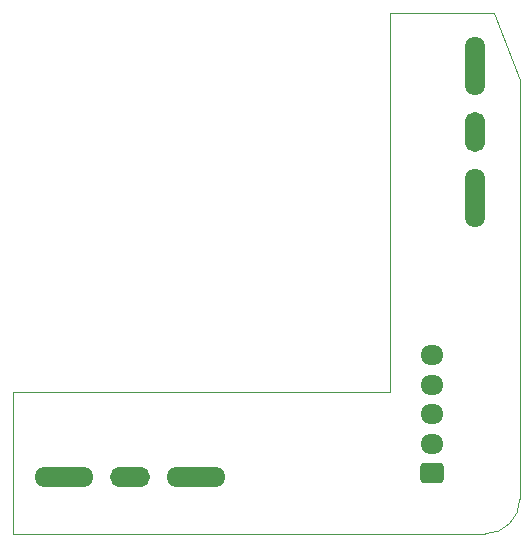
<source format=gbr>
G04 #@! TF.GenerationSoftware,KiCad,Pcbnew,7.0.1*
G04 #@! TF.CreationDate,2023-08-14T23:44:32-05:00*
G04 #@! TF.ProjectId,JoystickBoard,4a6f7973-7469-4636-9b42-6f6172642e6b,rev?*
G04 #@! TF.SameCoordinates,Original*
G04 #@! TF.FileFunction,Soldermask,Top*
G04 #@! TF.FilePolarity,Negative*
%FSLAX46Y46*%
G04 Gerber Fmt 4.6, Leading zero omitted, Abs format (unit mm)*
G04 Created by KiCad (PCBNEW 7.0.1) date 2023-08-14 23:44:32*
%MOMM*%
%LPD*%
G01*
G04 APERTURE LIST*
G04 Aperture macros list*
%AMRoundRect*
0 Rectangle with rounded corners*
0 $1 Rounding radius*
0 $2 $3 $4 $5 $6 $7 $8 $9 X,Y pos of 4 corners*
0 Add a 4 corners polygon primitive as box body*
4,1,4,$2,$3,$4,$5,$6,$7,$8,$9,$2,$3,0*
0 Add four circle primitives for the rounded corners*
1,1,$1+$1,$2,$3*
1,1,$1+$1,$4,$5*
1,1,$1+$1,$6,$7*
1,1,$1+$1,$8,$9*
0 Add four rect primitives between the rounded corners*
20,1,$1+$1,$2,$3,$4,$5,0*
20,1,$1+$1,$4,$5,$6,$7,0*
20,1,$1+$1,$6,$7,$8,$9,0*
20,1,$1+$1,$8,$9,$2,$3,0*%
G04 Aperture macros list end*
%ADD10O,5.000000X1.700000*%
%ADD11O,3.400000X1.700000*%
%ADD12O,1.700000X5.000000*%
%ADD13O,1.700000X3.400000*%
%ADD14RoundRect,0.250000X0.725000X-0.600000X0.725000X0.600000X-0.725000X0.600000X-0.725000X-0.600000X0*%
%ADD15O,1.950000X1.700000*%
G04 #@! TA.AperFunction,Profile*
%ADD16C,0.050000*%
G04 #@! TD*
G04 APERTURE END LIST*
D10*
X151300000Y-102300000D03*
D11*
X156900000Y-102300000D03*
D10*
X162500000Y-102300000D03*
D12*
X186100000Y-78700000D03*
D13*
X186100000Y-73100000D03*
D12*
X186100000Y-67500000D03*
D14*
X182500000Y-102000000D03*
D15*
X182500000Y-99500000D03*
X182500000Y-97000000D03*
X182500000Y-94500000D03*
X182500000Y-92000000D03*
D16*
X147000000Y-107100000D02*
X187000000Y-107100000D01*
X147000000Y-95100000D02*
X178900000Y-95100000D01*
X178900000Y-63000000D02*
X187700000Y-63000000D01*
X189900000Y-68700000D02*
X187700000Y-63000000D01*
X178900000Y-95100000D02*
X178900000Y-63000000D01*
X189900000Y-104200000D02*
X189900000Y-68700000D01*
X187000000Y-107100000D02*
G75*
G03*
X189900000Y-104200000I0J2900000D01*
G01*
X147000000Y-107100000D02*
X147000000Y-95100000D01*
M02*

</source>
